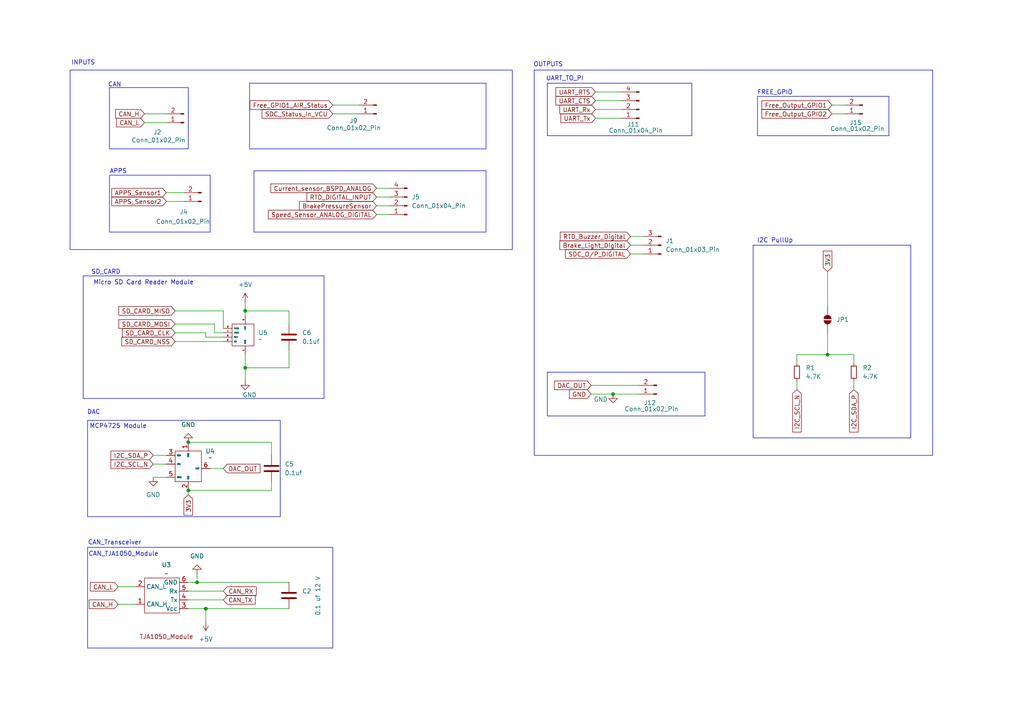
<source format=kicad_sch>
(kicad_sch (version 20231120) (generator "eeschema") (generator_version "8.0")
  (paper "A4")
  (lib_symbols
    (symbol "Connector:Conn_01x02_Pin" (pin_names (offset 1.016) hide)
      (property "Reference" "J" (at 0 2.54 0))
      (property "Value" "Conn_01x02_Pin" (at 0 -5.08 0))
      (symbol "Conn_01x02_Pin_1_1"
        (polyline (pts (xy 1.27 -2.54) (xy 0.8636 -2.54)) (stroke (width 0.1524)))
        (polyline (pts (xy 1.27 0) (xy 0.8636 0)) (stroke (width 0.1524)))
        (rectangle (start 0.8636 -2.413) (end 0 -2.667) (stroke (width 0.1524)) (fill (type outline)))
        (rectangle (start 0.8636 0.127) (end 0 -0.127) (stroke (width 0.1524)) (fill (type outline)))
        (pin passive line (at 5.08 0 180) (length 3.81) (name "Pin_1") (number "1"))
        (pin passive line (at 5.08 -2.54 180) (length 3.81) (name "Pin_2") (number "2"))
      )
    )
    (symbol "Connector:Conn_01x03_Pin" (pin_names (offset 1.016) hide)
      (property "Reference" "J" (at 0 5.08 0))
      (property "Value" "Conn_01x03_Pin" (at 0 -5.08 0))
      (symbol "Conn_01x03_Pin_1_1"
        (polyline (pts (xy 1.27 -2.54) (xy 0.8636 -2.54)) (stroke (width 0.1524)))
        (polyline (pts (xy 1.27 0) (xy 0.8636 0)) (stroke (width 0.1524)))
        (polyline (pts (xy 1.27 2.54) (xy 0.8636 2.54)) (stroke (width 0.1524)))
        (rectangle (start 0.8636 -2.413) (end 0 -2.667) (stroke (width 0.1524)) (fill (type outline)))
        (rectangle (start 0.8636 0.127) (end 0 -0.127) (stroke (width 0.1524)) (fill (type outline)))
        (rectangle (start 0.8636 2.667) (end 0 2.413) (stroke (width 0.1524)) (fill (type outline)))
        (pin passive line (at 5.08 2.54 180) (length 3.81) (name "Pin_1") (number "1"))
        (pin passive line (at 5.08 0 180) (length 3.81) (name "Pin_2") (number "2"))
        (pin passive line (at 5.08 -2.54 180) (length 3.81) (name "Pin_3") (number "3"))
      )
    )
    (symbol "Connector:Conn_01x04_Pin" (pin_names (offset 1.016) hide)
      (property "Reference" "J" (at 0 5.08 0))
      (property "Value" "Conn_01x04_Pin" (at 0 -7.62 0))
      (symbol "Conn_01x04_Pin_1_1"
        (polyline (pts (xy 1.27 -5.08) (xy 0.8636 -5.08)) (stroke (width 0.1524)))
        (polyline (pts (xy 1.27 -2.54) (xy 0.8636 -2.54)) (stroke (width 0.1524)))
        (polyline (pts (xy 1.27 0) (xy 0.8636 0)) (stroke (width 0.1524)))
        (polyline (pts (xy 1.27 2.54) (xy 0.8636 2.54)) (stroke (width 0.1524)))
        (rectangle (start 0.8636 -4.953) (end 0 -5.207) (stroke (width 0.1524)) (fill (type outline)))
        (rectangle (start 0.8636 -2.413) (end 0 -2.667) (stroke (width 0.1524)) (fill (type outline)))
        (rectangle (start 0.8636 0.127) (end 0 -0.127) (stroke (width 0.1524)) (fill (type outline)))
        (rectangle (start 0.8636 2.667) (end 0 2.413) (stroke (width 0.1524)) (fill (type outline)))
        (pin passive line (at 5.08 2.54 180) (length 3.81) (name "Pin_1") (number "1"))
        (pin passive line (at 5.08 0 180) (length 3.81) (name "Pin_2") (number "2"))
        (pin passive line (at 5.08 -2.54 180) (length 3.81) (name "Pin_3") (number "3"))
        (pin passive line (at 5.08 -5.08 180) (length 3.81) (name "Pin_4") (number "4"))
      )
    )
    (symbol "Device:C" (pin_numbers hide) (pin_names (offset 0.254))
      (property "Reference" "C" (at 0.635 2.54 0))
      (property "Value" "C" (at 0.635 -2.54 0))
      (symbol "C_0_1"
        (polyline (pts (xy -2.032 -0.762) (xy 2.032 -0.762)) (stroke (width 0.508)))
        (polyline (pts (xy -2.032 0.762) (xy 2.032 0.762)) (stroke (width 0.508)))
      )
      (symbol "C_1_1"
        (pin passive line (at 0 3.81 270) (length 2.794) (name "~") (number "1"))
        (pin passive line (at 0 -3.81 90) (length 2.794) (name "~") (number "2"))
      )
    )
    (symbol "Device:R_Small" (pin_numbers hide) (pin_names (offset 0.254) hide)
      (property "Reference" "R" (at 0.762 0.508 0))
      (property "Value" "R_Small" (at 0.762 -1.016 0))
      (symbol "R_Small_0_1"
        (rectangle (start -0.762 1.778) (end 0.762 -1.778) (stroke (width 0.2032)))
      )
      (symbol "R_Small_1_1"
        (pin passive line (at 0 2.54 270) (length 0.762) (name "~") (number "1"))
        (pin passive line (at 0 -2.54 90) (length 0.762) (name "~") (number "2"))
      )
    )
    (symbol "Jumper:SolderJumper_2_Open" (pin_numbers hide) (pin_names (offset 0) hide) (exclude_from_sim yes) (in_bom no)
      (property "Reference" "JP" (at 0 2.032 0))
      (property "Value" "SolderJumper_2_Open" (at 0 -2.54 0))
      (symbol "SolderJumper_2_Open_0_1"
        (arc (start -0.254 1.016) (mid -1.2656 0) (end -0.254 -1.016))
        (arc (start -0.254 1.016) (mid -1.2656 0) (end -0.254 -1.016) (fill (type outline)))
        (polyline (pts (xy -0.254 1.016) (xy -0.254 -1.016)))
        (polyline (pts (xy 0.254 1.016) (xy 0.254 -1.016)))
        (arc (start 0.254 -1.016) (mid 1.2656 0) (end 0.254 1.016))
        (arc (start 0.254 -1.016) (mid 1.2656 0) (end 0.254 1.016) (fill (type outline)))
      )
      (symbol "SolderJumper_2_Open_1_1"
        (pin passive line (at -3.81 0 0) (length 2.54) (name "A") (number "1"))
        (pin passive line (at 3.81 0 180) (length 2.54) (name "B") (number "2"))
      )
    )
    (symbol "MCP4725_Module:mcp4725"
      (property "Reference" "U" (at 0 0 0))
      (symbol "mcp4725_0_1"
        (rectangle (start -3.81 5.08) (end 3.81 -3.81))
      )
      (symbol "mcp4725_1_1"
        (pin power_in line (at 0 7.62 270) (length 2.54) (name "GND") (number "1"))
        (pin power_in line (at 0 -6.35 90) (length 2.54) (name "VCC") (number "2"))
        (pin input line (at -6.35 3.81 0) (length 2.54) (name "SDA") (number "3"))
        (pin input line (at -6.35 1.27 0) (length 2.54) (name "SCL") (number "4"))
        (pin input line (at -6.35 -2.54 0) (length 2.54) (name "GND") (number "5"))
        (pin output line (at 6.35 0 180) (length 2.54) (name "OUT") (number "6"))
      )
    )
    (symbol "SDCardModule:SDCARD"
      (property "Reference" "U5" (at 7.62 -3.8099 0))
      (property "Value" "~" (at 7.62 -5.715 0))
      (symbol "SDCARD_0_1"
        (rectangle (start 0 -1.27) (end 6.35 -7.62))
      )
      (symbol "SDCARD_1_1"
        (pin power_in line (at 3.81 -10.16 90) (length 2.54) (name "GND") (number "1"))
        (pin power_in line (at 3.81 1.27 270) (length 2.54) (name "VCC") (number "2"))
        (pin output line (at -2.54 -2.54 0) (length 2.54) (name "MISO") (number "3"))
        (pin input line (at -2.54 -3.81 0) (length 2.54) (name "MOSI") (number "4"))
        (pin input line (at -2.54 -5.08 0) (length 2.54) (name "SCK") (number "5"))
        (pin input line (at -2.54 -6.35 0) (length 2.54) (name "CS") (number "6"))
      )
    )
    (symbol "TJA1050_Module:TJA1050_Module"
      (property "Reference" "U3" (at 8.89 -1.27 90))
      (property "Value" "~" (at 6.35 -1.27 90))
      (symbol "TJA1050_Module_0_1"
        (rectangle (start -5.08 5.08) (end 5.08 -5.08))
      )
      (symbol "TJA1050_Module_1_1"
        (text "TJA1050_Module\n" (at -11.938 -1.27 900) (effects (font (size 1.27 1.27))))
        (pin output line (at -2.54 7.62 270) (length 2.54) (name "CAN_H") (number "1"))
        (pin output line (at 2.54 7.62 270) (length 2.54) (name "CAN_L") (number "2"))
        (pin power_in line (at -3.81 -7.62 90) (length 2.54) (name "Vcc") (number "3"))
        (pin output line (at -1.27 -7.62 90) (length 2.54) (name "Tx") (number "4"))
        (pin output line (at 1.27 -7.62 90) (length 2.54) (name "Rx") (number "5"))
        (pin input line (at 3.81 -7.62 90) (length 2.54) (name "GND") (number "6"))
      )
    )
    (symbol "power:+5V" (power) (pin_numbers hide) (pin_names (offset 0) hide)
      (property "Value" "+5V" (at 0 3.556 0))
      (symbol "+5V_0_1"
        (polyline (pts (xy -0.762 1.27) (xy 0 2.54)))
        (polyline (pts (xy 0 0) (xy 0 2.54)))
        (polyline (pts (xy 0 2.54) (xy 0.762 1.27)))
      )
      (symbol "+5V_1_1"
        (pin power_in line (at 0 0 90) (length 0) (name "~") (number "1"))
      )
    )
    (symbol "power:GND" (power) (pin_numbers hide) (pin_names (offset 0) hide)
      (property "Value" "GND" (at 0 -3.81 0))
      (symbol "GND_0_1"
        (polyline (pts (xy 0 0) (xy 0 -1.27) (xy 1.27 -1.27) (xy 0 -2.54) (xy -1.27 -1.27) (xy 0 -1.27)))
      )
      (symbol "GND_1_1"
        (pin power_in line (at 0 0 270) (length 0) (name "~") (number "1"))
      )
    )
  )
  (junction (at 59.69 176.53))
  (junction (at 54.61 142.24))
  (junction (at 54.61 128.27))
  (junction (at 71.12 106.68))
  (junction (at 177.8 114.3))
  (junction (at 71.12 90.17))
  (junction (at 57.15 168.91))
  (junction (at 240.03 102.87))
  (wire (pts (xy 59.69 176.53) (xy 59.69 180.34)))
  (wire (pts (xy 240.03 96.52) (xy 240.03 102.87)))
  (wire (pts (xy 54.61 171.45) (xy 64.77 171.45)))
  (wire (pts (xy 241.3 30.48) (xy 245.11 30.48)))
  (wire (pts (xy 71.12 102.87) (xy 71.12 106.68)))
  (wire (pts (xy 109.22 59.69) (xy 113.03 59.69)))
  (wire (pts (xy 241.3 33.02) (xy 245.11 33.02)))
  (wire (pts (xy 44.45 132.08) (xy 48.26 132.08)))
  (wire (pts (xy 171.45 114.3) (xy 177.8 114.3)))
  (wire (pts (xy 44.45 134.62) (xy 48.26 134.62)))
  (wire (pts (xy 50.8 90.17) (xy 64.77 90.17)))
  (wire (pts (xy 59.69 96.52) (xy 59.69 97.79)))
  (wire (pts (xy 60.96 135.89) (xy 64.77 135.89)))
  (wire (pts (xy 231.14 110.49) (xy 231.14 113.03)))
  (wire (pts (xy 54.61 142.24) (xy 54.61 143.51)))
  (wire (pts (xy 48.26 58.42) (xy 53.34 58.42)))
  (wire (pts (xy 64.77 90.17) (xy 64.77 95.25)))
  (wire (pts (xy 62.23 93.98) (xy 62.23 96.52)))
  (wire (pts (xy 59.69 176.53) (xy 83.82 176.53)))
  (wire (pts (xy 247.65 105.41) (xy 247.65 102.87)))
  (wire (pts (xy 172.72 31.75) (xy 180.34 31.75)))
  (wire (pts (xy 240.03 78.74) (xy 240.03 88.9)))
  (wire (pts (xy 182.88 71.12) (xy 186.69 71.12)))
  (wire (pts (xy 172.72 29.21) (xy 180.34 29.21)))
  (wire (pts (xy 44.45 138.43) (xy 48.26 138.43)))
  (wire (pts (xy 54.61 168.91) (xy 57.15 168.91)))
  (wire (pts (xy 62.23 96.52) (xy 64.77 96.52)))
  (wire (pts (xy 57.15 168.91) (xy 57.15 166.37)))
  (wire (pts (xy 182.88 68.58) (xy 186.69 68.58)))
  (wire (pts (xy 171.45 111.76) (xy 185.42 111.76)))
  (wire (pts (xy 83.82 101.6) (xy 83.82 106.68)))
  (wire (pts (xy 71.12 87.63) (xy 71.12 90.17)))
  (wire (pts (xy 71.12 106.68) (xy 71.12 110.49)))
  (wire (pts (xy 34.29 175.26) (xy 39.37 175.26)))
  (wire (pts (xy 78.74 132.08) (xy 78.74 128.27)))
  (wire (pts (xy 231.14 102.87) (xy 240.03 102.87)))
  (wire (pts (xy 54.61 176.53) (xy 59.69 176.53)))
  (wire (pts (xy 96.52 30.48) (xy 104.14 30.48)))
  (wire (pts (xy 78.74 139.7) (xy 78.74 142.24)))
  (wire (pts (xy 71.12 90.17) (xy 71.12 91.44)))
  (wire (pts (xy 50.8 93.98) (xy 62.23 93.98)))
  (wire (pts (xy 59.69 97.79) (xy 64.77 97.79)))
  (wire (pts (xy 41.91 35.56) (xy 48.26 35.56)))
  (wire (pts (xy 83.82 93.98) (xy 83.82 90.17)))
  (wire (pts (xy 41.91 33.02) (xy 48.26 33.02)))
  (wire (pts (xy 71.12 90.17) (xy 83.82 90.17)))
  (wire (pts (xy 240.03 102.87) (xy 247.65 102.87)))
  (wire (pts (xy 50.8 96.52) (xy 59.69 96.52)))
  (wire (pts (xy 182.88 73.66) (xy 186.69 73.66)))
  (wire (pts (xy 78.74 142.24) (xy 54.61 142.24)))
  (wire (pts (xy 34.29 170.18) (xy 39.37 170.18)))
  (wire (pts (xy 172.72 26.67) (xy 180.34 26.67)))
  (wire (pts (xy 109.22 57.15) (xy 113.03 57.15)))
  (wire (pts (xy 96.52 33.02) (xy 104.14 33.02)))
  (wire (pts (xy 247.65 110.49) (xy 247.65 113.03)))
  (wire (pts (xy 57.15 168.91) (xy 83.82 168.91)))
  (wire (pts (xy 231.14 105.41) (xy 231.14 102.87)))
  (wire (pts (xy 109.22 54.61) (xy 113.03 54.61)))
  (wire (pts (xy 54.61 173.99) (xy 64.77 173.99)))
  (wire (pts (xy 109.22 62.23) (xy 113.03 62.23)))
  (wire (pts (xy 78.74 128.27) (xy 54.61 128.27)))
  (wire (pts (xy 83.82 106.68) (xy 71.12 106.68)))
  (wire (pts (xy 50.8 99.06) (xy 64.77 99.06)))
  (wire (pts (xy 48.26 55.88) (xy 53.34 55.88)))
  (wire (pts (xy 177.8 114.3) (xy 185.42 114.3)))
  (wire (pts (xy 172.72 34.29) (xy 180.34 34.29)))
  (rectangle (start 31.75 50.8) (end 60.96 67.31))
  (rectangle (start 25.4 158.75) (end 96.52 187.96))
  (rectangle (start 73.66 49.53) (end 140.97 67.31))
  (rectangle (start 31.75 25.4) (end 54.61 43.18))
  (rectangle (start 158.75 24.13) (end 200.66 39.37))
  (rectangle (start 72.39 24.13) (end 140.97 43.18))
  (rectangle (start 219.71 27.94) (end 257.81 39.37))
  (rectangle (start 218.44 71.12) (end 264.16 127))
  (rectangle (start 154.94 20.32) (end 270.51 132.08))
  (rectangle (start 158.75 107.95) (end 204.47 120.65))
  (rectangle (start 20.32 20.32) (end 148.59 72.39))
  (rectangle (start 24.13 80.01) (end 93.98 115.57))
  (rectangle (start 25.4 121.92) (end 81.28 149.86))
  (text "SD_CARD" (at 30.734 78.994 0) (effects (font (size 1.27 1.27))))
  (text "I2C PullUp\n" (at 224.79 69.85 0) (effects (font (size 1.27 1.27))))
  (text "INPUTS" (at 24.13 18.288 0) (effects (font (size 1.27 1.27))))
  (text "CAN_TJA1050_Module\n" (at 35.814 160.782 0) (effects (font (size 1.27 1.27))))
  (text "APPS\n" (at 34.29 49.784 0) (effects (font (size 1.27 1.27))))
  (text "CAN\n" (at 33.274 24.638 0) (effects (font (size 1.27 1.27))))
  (text "MCP4725 Module" (at 34.29 123.698 0) (effects (font (size 1.27 1.27))))
  (text "FREE_GPIO" (at 224.79 26.924 0) (effects (font (size 1.27 1.27))))
  (text "Micro SD Card Reader Module" (at 41.656 82.042 0) (effects (font (size 1.27 1.27))))
  (text "UART_TO_PI\n" (at 163.83 22.86 0) (effects (font (size 1.27 1.27))))
  (text "OUTPUTS" (at 159.004 18.796 0) (effects (font (size 1.27 1.27))))
  (text "CAN_Transceiver\n" (at 33.274 157.48 0) (effects (font (size 1.27 1.27))))
  (text "DAC\n" (at 27.178 119.634 0) (effects (font (size 1.27 1.27))))
  (global_label "SDC_O{slash}P_DIGITAL" (shape input) (at 182.88 73.66 180) (property "Intersheetrefs" "${INTERSHEET_REFS}" (effects (hide yes))))
  (global_label "CAN_H" (shape input) (at 34.29 175.26 180) (property "Intersheetrefs" "${INTERSHEET_REFS}" (effects (hide yes))))
  (global_label "3V3" (shape input) (at 54.61 143.51 270) (property "Intersheetrefs" "${INTERSHEET_REFS}" (effects (hide yes))))
  (global_label "I2C_SDA_P" (shape input) (at 247.65 113.03 270) (property "Intersheetrefs" "${INTERSHEET_REFS}" (effects (hide yes))))
  (global_label "SD_CARD_NSS" (shape input) (at 50.8 99.06 180) (property "Intersheetrefs" "${INTERSHEET_REFS}" (effects (hide yes))))
  (global_label "Free_Output_GPIO1" (shape input) (at 241.3 30.48 180) (property "Intersheetrefs" "${INTERSHEET_REFS}" (effects (hide yes))))
  (global_label "I2C_SCL_N" (shape input) (at 231.14 113.03 270) (property "Intersheetrefs" "${INTERSHEET_REFS}" (effects (hide yes))))
  (global_label "RTD_Buzzer_Digital" (shape input) (at 182.88 68.58 180) (property "Intersheetrefs" "${INTERSHEET_REFS}" (effects (hide yes))))
  (global_label "I2C_SCL_N" (shape input) (at 44.45 134.62 180) (property "Intersheetrefs" "${INTERSHEET_REFS}" (effects (hide yes))))
  (global_label "UART_RTS" (shape input) (at 172.72 26.67 180) (property "Intersheetrefs" "${INTERSHEET_REFS}" (effects (hide yes))))
  (global_label "DAC_OUT" (shape input) (at 64.77 135.89 0) (property "Intersheetrefs" "${INTERSHEET_REFS}" (effects (hide yes))))
  (global_label "I2C_SDA_P" (shape input) (at 44.45 132.08 180) (property "Intersheetrefs" "${INTERSHEET_REFS}" (effects (hide yes))))
  (global_label "Current_sensor_BSPD_ANALOG" (shape input) (at 109.22 54.61 180) (property "Intersheetrefs" "${INTERSHEET_REFS}" (effects (hide yes))))
  (global_label "3V3" (shape input) (at 240.03 78.74 90) (property "Intersheetrefs" "${INTERSHEET_REFS}" (effects (hide yes))))
  (global_label "DAC_OUT" (shape input) (at 171.45 111.76 180) (property "Intersheetrefs" "${INTERSHEET_REFS}" (effects (hide yes))))
  (global_label "RTD_DIGITAL_INPUT" (shape input) (at 109.22 57.15 180) (property "Intersheetrefs" "${INTERSHEET_REFS}" (effects (hide yes))))
  (global_label "SD_CARD_CLK" (shape input) (at 50.8 96.52 180) (property "Intersheetrefs" "${INTERSHEET_REFS}" (effects (hide yes))))
  (global_label "CAN_L" (shape input) (at 41.91 35.56 180) (property "Intersheetrefs" "${INTERSHEET_REFS}" (effects (hide yes))))
  (global_label "BrakePressureSensor" (shape input) (at 109.22 59.69 180) (property "Intersheetrefs" "${INTERSHEET_REFS}" (effects (hide yes))))
  (global_label "Speed_Sensor_ANALOG_DIGITAL" (shape input) (at 109.22 62.23 180) (property "Intersheetrefs" "${INTERSHEET_REFS}" (effects (hide yes))))
  (global_label "Free_GPIO1_AIR_Status" (shape input) (at 96.52 30.48 180) (property "Intersheetrefs" "${INTERSHEET_REFS}" (effects (hide yes))))
  (global_label "SDC_Status_In_VCU" (shape input) (at 96.52 33.02 180) (property "Intersheetrefs" "${INTERSHEET_REFS}" (effects (hide yes))))
  (global_label "UART_Rx" (shape input) (at 172.72 31.75 180) (property "Intersheetrefs" "${INTERSHEET_REFS}" (effects (hide yes))))
  (global_label "GND" (shape input) (at 171.45 114.3 180) (property "Intersheetrefs" "${INTERSHEET_REFS}" (effects (hide yes))))
  (global_label "SD_CARD_MISO" (shape input) (at 50.8 90.17 180) (property "Intersheetrefs" "${INTERSHEET_REFS}" (effects (hide yes))))
  (global_label "CAN_RX" (shape input) (at 64.77 171.45 0) (property "Intersheetrefs" "${INTERSHEET_REFS}" (effects (hide yes))))
  (global_label "CAN_TX" (shape input) (at 64.77 173.99 0) (property "Intersheetrefs" "${INTERSHEET_REFS}" (effects (hide yes))))
  (global_label "CAN_L" (shape input) (at 34.29 170.18 180) (property "Intersheetrefs" "${INTERSHEET_REFS}" (effects (hide yes))))
  (global_label "Brake_Light_Digital" (shape input) (at 182.88 71.12 180) (property "Intersheetrefs" "${INTERSHEET_REFS}" (effects (hide yes))))
  (global_label "UART_Tx" (shape input) (at 172.72 34.29 180) (property "Intersheetrefs" "${INTERSHEET_REFS}" (effects (hide yes))))
  (global_label "UART_CTS" (shape input) (at 172.72 29.21 180) (property "Intersheetrefs" "${INTERSHEET_REFS}" (effects (hide yes))))
  (global_label "APPS_Sensor1" (shape input) (at 48.26 55.88 180) (property "Intersheetrefs" "${INTERSHEET_REFS}" (effects (hide yes))))
  (global_label "CAN_H" (shape input) (at 41.91 33.02 180) (property "Intersheetrefs" "${INTERSHEET_REFS}" (effects (hide yes))))
  (global_label "APPS_Sensor2" (shape input) (at 48.26 58.42 180) (property "Intersheetrefs" "${INTERSHEET_REFS}" (effects (hide yes))))
  (global_label "SD_CARD_MOSI" (shape input) (at 50.8 93.98 180) (property "Intersheetrefs" "${INTERSHEET_REFS}" (effects (hide yes))))
  (global_label "Free_Output_GPIO2" (shape input) (at 241.3 33.02 180) (property "Intersheetrefs" "${INTERSHEET_REFS}" (effects (hide yes))))
  (symbol (lib_id "TJA1050_Module:TJA1050_Module") (at 46.99 172.72 90) (unit 1)
    (property "Reference" "U3" (at 48.26 163.83 90))
    (property "Value" "~" (at 48.26 166.37 90))
    (property "Footprint" "Library:TJA1050_Module" (effects (hide yes)))
  )
  (symbol (lib_id "Device:R_Small") (at 231.14 107.95 0) (unit 1)
    (property "Reference" "R1" (at 233.68 106.6799 0) (effects (justify left)))
    (property "Value" "4.7K" (at 233.68 109.2199 0) (effects (justify left)))
    (property "Footprint" "Resistor_THT:R_Axial_DIN0204_L3.6mm_D1.6mm_P5.08mm_Horizontal" (effects (hide yes)))
    (property "Description" "Resistor, small symbol" (effects (hide yes)))
  )
  (symbol (lib_id "Device:C") (at 83.82 172.72 0) (unit 1)
    (property "Reference" "C2" (at 87.63 171.4499 0) (effects (justify left)))
    (property "Value" "0.1 uf 12 V" (at 92.202 178.562 90) (effects (justify left)))
    (property "Footprint" "Capacitor_THT:CP_Radial_D12.5mm_P7.50mm" (effects (hide yes)))
    (property "Description" "Unpolarized capacitor" (effects (hide yes)))
  )
  (symbol (lib_id "Connector:Conn_01x03_Pin") (at 191.77 71.12 180) (unit 1)
    (property "Reference" "J1" (at 193.04 69.8499 0) (effects (justify right)))
    (property "Value" "Conn_01x03_Pin" (at 193.04 72.3899 0) (effects (justify right)))
    (property "Footprint" "Connector_PinHeader_2.54mm:PinHeader_1x03_P2.54mm_Vertical" (effects (hide yes)))
    (property "Description" "Generic connector, single row, 01x03, script generated" (effects (hide yes)))
  )
  (symbol (lib_id "Connector:Conn_01x04_Pin") (at 118.11 59.69 180) (unit 1)
    (property "Reference" "J5" (at 119.38 57.1499 0) (effects (justify right)))
    (property "Value" "Conn_01x04_Pin" (at 119.38 59.6899 0) (effects (justify right)))
    (property "Footprint" "Connector_PinHeader_2.54mm:PinHeader_1x04_P2.54mm_Vertical" (effects (hide yes)))
    (property "Description" "Generic connector, single row, 01x04, script generated" (effects (hide yes)))
  )
  (symbol (lib_id "Device:C") (at 78.74 135.89 0) (unit 1)
    (property "Reference" "C5" (at 82.55 134.6199 0) (effects (justify left)))
    (property "Value" "0.1uf" (at 82.55 137.1599 0) (effects (justify left)))
    (property "Footprint" "Capacitor_THT:CP_Radial_D12.5mm_P7.50mm" (effects (hide yes)))
    (property "Description" "Unpolarized capacitor" (effects (hide yes)))
  )
  (symbol (lib_id "power:GND") (at 177.8 114.3 0) (unit 1)
    (property "Reference" "#PWR026" (effects (hide yes)))
    (property "Value" "GND" (at 174.244 115.824 0))
    (property "Description" "Power symbol creates a global label with name \"GND\" , ground" (effects (hide yes)))
  )
  (symbol (lib_id "Device:C") (at 83.82 97.79 0) (unit 1)
    (property "Reference" "C6" (at 87.63 96.5199 0) (effects (justify left)))
    (property "Value" "0.1uf" (at 87.63 99.0599 0) (effects (justify left)))
    (property "Footprint" "Capacitor_THT:CP_Radial_D12.5mm_P7.50mm" (effects (hide yes)))
    (property "Description" "Unpolarized capacitor" (effects (hide yes)))
  )
  (symbol (lib_id "Connector:Conn_01x02_Pin") (at 53.34 35.56 180) (unit 1)
    (property "Reference" "J2" (at 44.45 38.354 0) (effects (justify right)))
    (property "Value" "Conn_01x02_Pin" (at 38.1 40.64 0) (effects (justify right)))
    (property "Footprint" "TerminalBlock_Phoenix:TerminalBlock_Phoenix_MKDS-1,5-2-5.08_1x02_P5.08mm_Horizontal" (effects (hide yes)))
    (property "Description" "Generic connector, single row, 01x02, script generated" (effects (hide yes)))
  )
  (symbol (lib_id "power:GND") (at 71.12 110.49 0) (unit 1)
    (property "Reference" "#PWR028" (effects (hide yes)))
    (property "Value" "GND" (at 72.39 114.554 0))
    (property "Description" "Power symbol creates a global label with name \"GND\" , ground" (effects (hide yes)))
  )
  (symbol (lib_id "SDCardModule:SDCARD") (at 67.31 92.71 0) (unit 1)
    (property "Reference" "U5" (at 74.93 96.5199 0) (effects (justify left)))
    (property "Value" "~" (at 74.93 98.425 0) (effects (justify left)))
    (property "Footprint" "Library:sdcard_module" (effects (hide yes)))
  )
  (symbol (lib_id "Connector:Conn_01x04_Pin") (at 185.42 31.75 180) (unit 1)
    (property "Reference" "J11" (at 181.864 36.068 0) (effects (justify right)))
    (property "Value" "Conn_01x04_Pin" (at 176.53 37.846 0) (effects (justify right)))
    (property "Footprint" "Connector_PinHeader_2.54mm:PinHeader_1x04_P2.54mm_Vertical" (effects (hide yes)))
    (property "Description" "Generic connector, single row, 01x04, script generated" (effects (hide yes)))
  )
  (symbol (lib_id "Connector:Conn_01x02_Pin") (at 109.22 33.02 180) (unit 1)
    (property "Reference" "J9" (at 101.346 35.052 0) (effects (justify right)))
    (property "Value" "Conn_01x02_Pin" (at 94.742 37.084 0) (effects (justify right)))
    (property "Footprint" "Connector_PinHeader_2.54mm:PinHeader_1x02_P2.54mm_Vertical" (effects (hide yes)))
    (property "Description" "Generic connector, single row, 01x02, script generated" (effects (hide yes)))
  )
  (symbol (lib_id "MCP4725_Module:mcp4725") (at 54.61 135.89 0) (unit 1)
    (property "Reference" "U4" (at 60.96 130.8414 0))
    (property "Value" "~" (at 60.96 132.7465 0))
    (property "Footprint" "Library:MCP4725" (effects (hide yes)))
  )
  (symbol (lib_id "power:+5V") (at 59.69 180.34 180) (unit 1)
    (property "Reference" "#PWR06" (effects (hide yes)))
    (property "Value" "+5V" (at 59.69 185.42 0))
    (property "Description" "Power symbol creates a global label with name \"+5V\"" (effects (hide yes)))
  )
  (symbol (lib_id "Connector:Conn_01x02_Pin") (at 250.19 33.02 180) (unit 1)
    (property "Reference" "J15" (at 246.38 35.56 0) (effects (justify right)))
    (property "Value" "Conn_01x02_Pin" (at 240.792 37.338 0) (effects (justify right)))
    (property "Footprint" "Connector_PinHeader_2.54mm:PinHeader_1x02_P2.54mm_Vertical" (effects (hide yes)))
    (property "Description" "Generic connector, single row, 01x02, script generated" (effects (hide yes)))
  )
  (symbol (lib_id "power:+5V") (at 71.12 87.63 0) (unit 1)
    (property "Reference" "#PWR027" (effects (hide yes)))
    (property "Value" "+5V" (at 71.12 82.55 0))
    (property "Description" "Power symbol creates a global label with name \"+5V\"" (effects (hide yes)))
  )
  (symbol (lib_id "Connector:Conn_01x02_Pin") (at 58.42 58.42 180) (unit 1)
    (property "Reference" "J4" (at 52.07 61.468 0) (effects (justify right)))
    (property "Value" "Conn_01x02_Pin" (at 45.212 64.262 0) (effects (justify right)))
    (property "Footprint" "Connector_PinHeader_2.54mm:PinHeader_1x02_P2.54mm_Vertical" (effects (hide yes)))
    (property "Description" "Generic connector, single row, 01x02, script generated" (effects (hide yes)))
  )
  (symbol (lib_id "Jumper:SolderJumper_2_Open") (at 240.03 92.71 90) (unit 1) (exclude_from_sim yes) (in_bom no)
    (property "Reference" "JP1" (at 242.57 92.7099 90) (effects (justify right)))
    (property "Value" "SolderJumper_2_Open" (effects (hide yes)))
    (property "Footprint" "Connector_PinHeader_2.54mm:PinHeader_1x02_P2.54mm_Vertical" (effects (hide yes)))
    (property "Description" "Solder Jumper, 2-pole, open" (effects (hide yes)))
  )
  (symbol (lib_id "power:GND") (at 54.61 128.27 180) (unit 1)
    (property "Reference" "#PWR021" (effects (hide yes)))
    (property "Value" "GND" (at 54.61 123.19 0))
    (property "Description" "Power symbol creates a global label with name \"GND\" , ground" (effects (hide yes)))
  )
  (symbol (lib_id "Device:R_Small") (at 247.65 107.95 0) (unit 1)
    (property "Reference" "R2" (at 250.19 106.6799 0) (effects (justify left)))
    (property "Value" "4.7K" (at 250.19 109.2199 0) (effects (justify left)))
    (property "Footprint" "Resistor_THT:R_Axial_DIN0204_L3.6mm_D1.6mm_P5.08mm_Horizontal" (effects (hide yes)))
    (property "Description" "Resistor, small symbol" (effects (hide yes)))
  )
  (symbol (lib_id "power:GND") (at 44.45 138.43 0) (unit 1)
    (property "Reference" "#PWR020" (effects (hide yes)))
    (property "Value" "GND" (at 44.45 143.51 0))
    (property "Description" "Power symbol creates a global label with name \"GND\" , ground" (effects (hide yes)))
  )
  (symbol (lib_id "Connector:Conn_01x02_Pin") (at 190.5 114.3 180) (unit 1)
    (property "Reference" "J12" (at 186.69 116.84 0) (effects (justify right)))
    (property "Value" "Conn_01x02_Pin" (at 181.102 118.618 0) (effects (justify right)))
    (property "Footprint" "TerminalBlock_Phoenix:TerminalBlock_Phoenix_MKDS-1,5-2-5.08_1x02_P5.08mm_Horizontal" (effects (hide yes)))
    (property "Description" "Generic connector, single row, 01x02, script generated" (effects (hide yes)))
  )
  (symbol (lib_id "power:GND") (at 57.15 166.37 180) (unit 1)
    (property "Reference" "#PWR05" (effects (hide yes)))
    (property "Value" "GND" (at 57.15 161.29 0))
    (property "Description" "Power symbol creates a global label with name \"GND\" , ground" (effects (hide yes)))
  )
)
</source>
